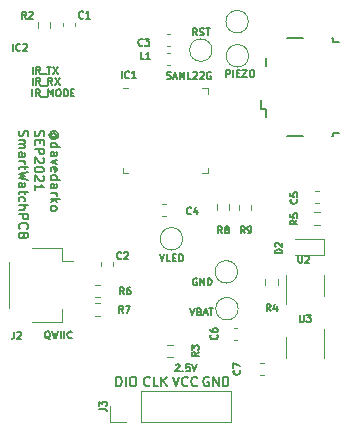
<source format=gbr>
%TF.GenerationSoftware,KiCad,Pcbnew,(5.1.9-0-10_14)*%
%TF.CreationDate,2021-09-13T12:25:13+02:00*%
%TF.ProjectId,SmartwatchPCB,536d6172-7477-4617-9463-685043422e6b,rev?*%
%TF.SameCoordinates,Original*%
%TF.FileFunction,Legend,Top*%
%TF.FilePolarity,Positive*%
%FSLAX46Y46*%
G04 Gerber Fmt 4.6, Leading zero omitted, Abs format (unit mm)*
G04 Created by KiCad (PCBNEW (5.1.9-0-10_14)) date 2021-09-13 12:25:13*
%MOMM*%
%LPD*%
G01*
G04 APERTURE LIST*
%ADD10C,0.150000*%
%ADD11C,0.120000*%
G04 APERTURE END LIST*
D10*
X22668000Y-48715571D02*
X22610857Y-48687000D01*
X22553714Y-48629857D01*
X22468000Y-48544142D01*
X22410857Y-48515571D01*
X22353714Y-48515571D01*
X22382285Y-48658428D02*
X22325142Y-48629857D01*
X22268000Y-48572714D01*
X22239428Y-48458428D01*
X22239428Y-48258428D01*
X22268000Y-48144142D01*
X22325142Y-48087000D01*
X22382285Y-48058428D01*
X22496571Y-48058428D01*
X22553714Y-48087000D01*
X22610857Y-48144142D01*
X22639428Y-48258428D01*
X22639428Y-48458428D01*
X22610857Y-48572714D01*
X22553714Y-48629857D01*
X22496571Y-48658428D01*
X22382285Y-48658428D01*
X22839428Y-48058428D02*
X22982285Y-48658428D01*
X23096571Y-48229857D01*
X23210857Y-48658428D01*
X23353714Y-48058428D01*
X23582285Y-48658428D02*
X23582285Y-48058428D01*
X23868000Y-48658428D02*
X23868000Y-48058428D01*
X24496571Y-48601285D02*
X24468000Y-48629857D01*
X24382285Y-48658428D01*
X24325142Y-48658428D01*
X24239428Y-48629857D01*
X24182285Y-48572714D01*
X24153714Y-48515571D01*
X24125142Y-48401285D01*
X24125142Y-48315571D01*
X24153714Y-48201285D01*
X24182285Y-48144142D01*
X24239428Y-48087000D01*
X24325142Y-48058428D01*
X24382285Y-48058428D01*
X24468000Y-48087000D01*
X24496571Y-48115571D01*
X33305857Y-50909571D02*
X33334428Y-50881000D01*
X33391571Y-50852428D01*
X33534428Y-50852428D01*
X33591571Y-50881000D01*
X33620142Y-50909571D01*
X33648714Y-50966714D01*
X33648714Y-51023857D01*
X33620142Y-51109571D01*
X33277285Y-51452428D01*
X33648714Y-51452428D01*
X33905857Y-51395285D02*
X33934428Y-51423857D01*
X33905857Y-51452428D01*
X33877285Y-51423857D01*
X33905857Y-51395285D01*
X33905857Y-51452428D01*
X34477285Y-50852428D02*
X34191571Y-50852428D01*
X34163000Y-51138142D01*
X34191571Y-51109571D01*
X34248714Y-51081000D01*
X34391571Y-51081000D01*
X34448714Y-51109571D01*
X34477285Y-51138142D01*
X34505857Y-51195285D01*
X34505857Y-51338142D01*
X34477285Y-51395285D01*
X34448714Y-51423857D01*
X34391571Y-51452428D01*
X34248714Y-51452428D01*
X34191571Y-51423857D01*
X34163000Y-51395285D01*
X34677285Y-50852428D02*
X34877285Y-51452428D01*
X35077285Y-50852428D01*
X35104428Y-23004428D02*
X34904428Y-22718714D01*
X34761571Y-23004428D02*
X34761571Y-22404428D01*
X34990142Y-22404428D01*
X35047285Y-22433000D01*
X35075857Y-22461571D01*
X35104428Y-22518714D01*
X35104428Y-22604428D01*
X35075857Y-22661571D01*
X35047285Y-22690142D01*
X34990142Y-22718714D01*
X34761571Y-22718714D01*
X35333000Y-22975857D02*
X35418714Y-23004428D01*
X35561571Y-23004428D01*
X35618714Y-22975857D01*
X35647285Y-22947285D01*
X35675857Y-22890142D01*
X35675857Y-22833000D01*
X35647285Y-22775857D01*
X35618714Y-22747285D01*
X35561571Y-22718714D01*
X35447285Y-22690142D01*
X35390142Y-22661571D01*
X35361571Y-22633000D01*
X35333000Y-22575857D01*
X35333000Y-22518714D01*
X35361571Y-22461571D01*
X35390142Y-22433000D01*
X35447285Y-22404428D01*
X35590142Y-22404428D01*
X35675857Y-22433000D01*
X35847285Y-22404428D02*
X36190142Y-22404428D01*
X36018714Y-23004428D02*
X36018714Y-22404428D01*
X32531285Y-26658857D02*
X32617000Y-26687428D01*
X32759857Y-26687428D01*
X32817000Y-26658857D01*
X32845571Y-26630285D01*
X32874142Y-26573142D01*
X32874142Y-26516000D01*
X32845571Y-26458857D01*
X32817000Y-26430285D01*
X32759857Y-26401714D01*
X32645571Y-26373142D01*
X32588428Y-26344571D01*
X32559857Y-26316000D01*
X32531285Y-26258857D01*
X32531285Y-26201714D01*
X32559857Y-26144571D01*
X32588428Y-26116000D01*
X32645571Y-26087428D01*
X32788428Y-26087428D01*
X32874142Y-26116000D01*
X33102714Y-26516000D02*
X33388428Y-26516000D01*
X33045571Y-26687428D02*
X33245571Y-26087428D01*
X33445571Y-26687428D01*
X33645571Y-26687428D02*
X33645571Y-26087428D01*
X33845571Y-26516000D01*
X34045571Y-26087428D01*
X34045571Y-26687428D01*
X34617000Y-26687428D02*
X34331285Y-26687428D01*
X34331285Y-26087428D01*
X34788428Y-26144571D02*
X34817000Y-26116000D01*
X34874142Y-26087428D01*
X35017000Y-26087428D01*
X35074142Y-26116000D01*
X35102714Y-26144571D01*
X35131285Y-26201714D01*
X35131285Y-26258857D01*
X35102714Y-26344571D01*
X34759857Y-26687428D01*
X35131285Y-26687428D01*
X35359857Y-26144571D02*
X35388428Y-26116000D01*
X35445571Y-26087428D01*
X35588428Y-26087428D01*
X35645571Y-26116000D01*
X35674142Y-26144571D01*
X35702714Y-26201714D01*
X35702714Y-26258857D01*
X35674142Y-26344571D01*
X35331285Y-26687428D01*
X35702714Y-26687428D01*
X36274142Y-26116000D02*
X36217000Y-26087428D01*
X36131285Y-26087428D01*
X36045571Y-26116000D01*
X35988428Y-26173142D01*
X35959857Y-26230285D01*
X35931285Y-26344571D01*
X35931285Y-26430285D01*
X35959857Y-26544571D01*
X35988428Y-26601714D01*
X36045571Y-26658857D01*
X36131285Y-26687428D01*
X36188428Y-26687428D01*
X36274142Y-26658857D01*
X36302714Y-26630285D01*
X36302714Y-26430285D01*
X36188428Y-26430285D01*
X23086047Y-31618814D02*
X23124142Y-31580719D01*
X23162238Y-31504528D01*
X23162238Y-31428338D01*
X23124142Y-31352147D01*
X23086047Y-31314052D01*
X23009857Y-31275957D01*
X22933666Y-31275957D01*
X22857476Y-31314052D01*
X22819380Y-31352147D01*
X22781285Y-31428338D01*
X22781285Y-31504528D01*
X22819380Y-31580719D01*
X22857476Y-31618814D01*
X23162238Y-31618814D02*
X22857476Y-31618814D01*
X22819380Y-31656909D01*
X22819380Y-31695004D01*
X22857476Y-31771195D01*
X22933666Y-31809290D01*
X23124142Y-31809290D01*
X23238428Y-31733100D01*
X23314619Y-31618814D01*
X23352714Y-31466433D01*
X23314619Y-31314052D01*
X23238428Y-31199766D01*
X23124142Y-31123576D01*
X22971761Y-31085480D01*
X22819380Y-31123576D01*
X22705095Y-31199766D01*
X22628904Y-31314052D01*
X22590809Y-31466433D01*
X22628904Y-31618814D01*
X22705095Y-31733100D01*
X22705095Y-32495004D02*
X23505095Y-32495004D01*
X22743190Y-32495004D02*
X22705095Y-32418814D01*
X22705095Y-32266433D01*
X22743190Y-32190242D01*
X22781285Y-32152147D01*
X22857476Y-32114052D01*
X23086047Y-32114052D01*
X23162238Y-32152147D01*
X23200333Y-32190242D01*
X23238428Y-32266433D01*
X23238428Y-32418814D01*
X23200333Y-32495004D01*
X22705095Y-33218814D02*
X23124142Y-33218814D01*
X23200333Y-33180719D01*
X23238428Y-33104528D01*
X23238428Y-32952147D01*
X23200333Y-32875957D01*
X22743190Y-33218814D02*
X22705095Y-33142623D01*
X22705095Y-32952147D01*
X22743190Y-32875957D01*
X22819380Y-32837861D01*
X22895571Y-32837861D01*
X22971761Y-32875957D01*
X23009857Y-32952147D01*
X23009857Y-33142623D01*
X23047952Y-33218814D01*
X23238428Y-33523576D02*
X22705095Y-33714052D01*
X23238428Y-33904528D01*
X22743190Y-34514052D02*
X22705095Y-34437861D01*
X22705095Y-34285480D01*
X22743190Y-34209290D01*
X22819380Y-34171195D01*
X23124142Y-34171195D01*
X23200333Y-34209290D01*
X23238428Y-34285480D01*
X23238428Y-34437861D01*
X23200333Y-34514052D01*
X23124142Y-34552147D01*
X23047952Y-34552147D01*
X22971761Y-34171195D01*
X22705095Y-35237861D02*
X23505095Y-35237861D01*
X22743190Y-35237861D02*
X22705095Y-35161671D01*
X22705095Y-35009290D01*
X22743190Y-34933100D01*
X22781285Y-34895004D01*
X22857476Y-34856909D01*
X23086047Y-34856909D01*
X23162238Y-34895004D01*
X23200333Y-34933100D01*
X23238428Y-35009290D01*
X23238428Y-35161671D01*
X23200333Y-35237861D01*
X22705095Y-35961671D02*
X23124142Y-35961671D01*
X23200333Y-35923576D01*
X23238428Y-35847385D01*
X23238428Y-35695004D01*
X23200333Y-35618814D01*
X22743190Y-35961671D02*
X22705095Y-35885480D01*
X22705095Y-35695004D01*
X22743190Y-35618814D01*
X22819380Y-35580719D01*
X22895571Y-35580719D01*
X22971761Y-35618814D01*
X23009857Y-35695004D01*
X23009857Y-35885480D01*
X23047952Y-35961671D01*
X22705095Y-36342623D02*
X23238428Y-36342623D01*
X23086047Y-36342623D02*
X23162238Y-36380719D01*
X23200333Y-36418814D01*
X23238428Y-36495004D01*
X23238428Y-36571195D01*
X22705095Y-36837861D02*
X23505095Y-36837861D01*
X23009857Y-36914052D02*
X22705095Y-37142623D01*
X23238428Y-37142623D02*
X22933666Y-36837861D01*
X22705095Y-37599766D02*
X22743190Y-37523576D01*
X22781285Y-37485480D01*
X22857476Y-37447385D01*
X23086047Y-37447385D01*
X23162238Y-37485480D01*
X23200333Y-37523576D01*
X23238428Y-37599766D01*
X23238428Y-37714052D01*
X23200333Y-37790242D01*
X23162238Y-37828338D01*
X23086047Y-37866433D01*
X22857476Y-37866433D01*
X22781285Y-37828338D01*
X22743190Y-37790242D01*
X22705095Y-37714052D01*
X22705095Y-37599766D01*
X21393190Y-31085480D02*
X21355095Y-31199766D01*
X21355095Y-31390242D01*
X21393190Y-31466433D01*
X21431285Y-31504528D01*
X21507476Y-31542623D01*
X21583666Y-31542623D01*
X21659857Y-31504528D01*
X21697952Y-31466433D01*
X21736047Y-31390242D01*
X21774142Y-31237861D01*
X21812238Y-31161671D01*
X21850333Y-31123576D01*
X21926523Y-31085480D01*
X22002714Y-31085480D01*
X22078904Y-31123576D01*
X22117000Y-31161671D01*
X22155095Y-31237861D01*
X22155095Y-31428338D01*
X22117000Y-31542623D01*
X21774142Y-31885480D02*
X21774142Y-32152147D01*
X21355095Y-32266433D02*
X21355095Y-31885480D01*
X22155095Y-31885480D01*
X22155095Y-32266433D01*
X21355095Y-32609290D02*
X22155095Y-32609290D01*
X22155095Y-32914052D01*
X22117000Y-32990242D01*
X22078904Y-33028338D01*
X22002714Y-33066433D01*
X21888428Y-33066433D01*
X21812238Y-33028338D01*
X21774142Y-32990242D01*
X21736047Y-32914052D01*
X21736047Y-32609290D01*
X22078904Y-33371195D02*
X22117000Y-33409290D01*
X22155095Y-33485480D01*
X22155095Y-33675957D01*
X22117000Y-33752147D01*
X22078904Y-33790242D01*
X22002714Y-33828338D01*
X21926523Y-33828338D01*
X21812238Y-33790242D01*
X21355095Y-33333100D01*
X21355095Y-33828338D01*
X22155095Y-34323576D02*
X22155095Y-34399766D01*
X22117000Y-34475957D01*
X22078904Y-34514052D01*
X22002714Y-34552147D01*
X21850333Y-34590242D01*
X21659857Y-34590242D01*
X21507476Y-34552147D01*
X21431285Y-34514052D01*
X21393190Y-34475957D01*
X21355095Y-34399766D01*
X21355095Y-34323576D01*
X21393190Y-34247385D01*
X21431285Y-34209290D01*
X21507476Y-34171195D01*
X21659857Y-34133100D01*
X21850333Y-34133100D01*
X22002714Y-34171195D01*
X22078904Y-34209290D01*
X22117000Y-34247385D01*
X22155095Y-34323576D01*
X22078904Y-34895004D02*
X22117000Y-34933100D01*
X22155095Y-35009290D01*
X22155095Y-35199766D01*
X22117000Y-35275957D01*
X22078904Y-35314052D01*
X22002714Y-35352147D01*
X21926523Y-35352147D01*
X21812238Y-35314052D01*
X21355095Y-34856909D01*
X21355095Y-35352147D01*
X21355095Y-36114052D02*
X21355095Y-35656909D01*
X21355095Y-35885480D02*
X22155095Y-35885480D01*
X22040809Y-35809290D01*
X21964619Y-35733100D01*
X21926523Y-35656909D01*
X20043190Y-31085480D02*
X20005095Y-31199766D01*
X20005095Y-31390242D01*
X20043190Y-31466433D01*
X20081285Y-31504528D01*
X20157476Y-31542623D01*
X20233666Y-31542623D01*
X20309857Y-31504528D01*
X20347952Y-31466433D01*
X20386047Y-31390242D01*
X20424142Y-31237861D01*
X20462238Y-31161671D01*
X20500333Y-31123576D01*
X20576523Y-31085480D01*
X20652714Y-31085480D01*
X20728904Y-31123576D01*
X20767000Y-31161671D01*
X20805095Y-31237861D01*
X20805095Y-31428338D01*
X20767000Y-31542623D01*
X20005095Y-31885480D02*
X20538428Y-31885480D01*
X20462238Y-31885480D02*
X20500333Y-31923576D01*
X20538428Y-31999766D01*
X20538428Y-32114052D01*
X20500333Y-32190242D01*
X20424142Y-32228338D01*
X20005095Y-32228338D01*
X20424142Y-32228338D02*
X20500333Y-32266433D01*
X20538428Y-32342623D01*
X20538428Y-32456909D01*
X20500333Y-32533100D01*
X20424142Y-32571195D01*
X20005095Y-32571195D01*
X20005095Y-33295004D02*
X20424142Y-33295004D01*
X20500333Y-33256909D01*
X20538428Y-33180719D01*
X20538428Y-33028338D01*
X20500333Y-32952147D01*
X20043190Y-33295004D02*
X20005095Y-33218814D01*
X20005095Y-33028338D01*
X20043190Y-32952147D01*
X20119380Y-32914052D01*
X20195571Y-32914052D01*
X20271761Y-32952147D01*
X20309857Y-33028338D01*
X20309857Y-33218814D01*
X20347952Y-33295004D01*
X20005095Y-33675957D02*
X20538428Y-33675957D01*
X20386047Y-33675957D02*
X20462238Y-33714052D01*
X20500333Y-33752147D01*
X20538428Y-33828338D01*
X20538428Y-33904528D01*
X20538428Y-34056909D02*
X20538428Y-34361671D01*
X20805095Y-34171195D02*
X20119380Y-34171195D01*
X20043190Y-34209290D01*
X20005095Y-34285480D01*
X20005095Y-34361671D01*
X20805095Y-34552147D02*
X20005095Y-34742623D01*
X20576523Y-34895004D01*
X20005095Y-35047385D01*
X20805095Y-35237861D01*
X20005095Y-35885480D02*
X20424142Y-35885480D01*
X20500333Y-35847385D01*
X20538428Y-35771195D01*
X20538428Y-35618814D01*
X20500333Y-35542623D01*
X20043190Y-35885480D02*
X20005095Y-35809290D01*
X20005095Y-35618814D01*
X20043190Y-35542623D01*
X20119380Y-35504528D01*
X20195571Y-35504528D01*
X20271761Y-35542623D01*
X20309857Y-35618814D01*
X20309857Y-35809290D01*
X20347952Y-35885480D01*
X20538428Y-36152147D02*
X20538428Y-36456909D01*
X20805095Y-36266433D02*
X20119380Y-36266433D01*
X20043190Y-36304528D01*
X20005095Y-36380719D01*
X20005095Y-36456909D01*
X20043190Y-37066433D02*
X20005095Y-36990242D01*
X20005095Y-36837861D01*
X20043190Y-36761671D01*
X20081285Y-36723576D01*
X20157476Y-36685480D01*
X20386047Y-36685480D01*
X20462238Y-36723576D01*
X20500333Y-36761671D01*
X20538428Y-36837861D01*
X20538428Y-36990242D01*
X20500333Y-37066433D01*
X20005095Y-37409290D02*
X20805095Y-37409290D01*
X20005095Y-37752147D02*
X20424142Y-37752147D01*
X20500333Y-37714052D01*
X20538428Y-37637861D01*
X20538428Y-37523576D01*
X20500333Y-37447385D01*
X20462238Y-37409290D01*
X20005095Y-38133100D02*
X20805095Y-38133100D01*
X20805095Y-38437861D01*
X20767000Y-38514052D01*
X20728904Y-38552147D01*
X20652714Y-38590242D01*
X20538428Y-38590242D01*
X20462238Y-38552147D01*
X20424142Y-38514052D01*
X20386047Y-38437861D01*
X20386047Y-38133100D01*
X20081285Y-39390242D02*
X20043190Y-39352147D01*
X20005095Y-39237861D01*
X20005095Y-39161671D01*
X20043190Y-39047385D01*
X20119380Y-38971195D01*
X20195571Y-38933100D01*
X20347952Y-38895004D01*
X20462238Y-38895004D01*
X20614619Y-38933100D01*
X20690809Y-38971195D01*
X20767000Y-39047385D01*
X20805095Y-39161671D01*
X20805095Y-39237861D01*
X20767000Y-39352147D01*
X20728904Y-39390242D01*
X20424142Y-39999766D02*
X20386047Y-40114052D01*
X20347952Y-40152147D01*
X20271761Y-40190242D01*
X20157476Y-40190242D01*
X20081285Y-40152147D01*
X20043190Y-40114052D01*
X20005095Y-40037861D01*
X20005095Y-39733100D01*
X20805095Y-39733100D01*
X20805095Y-39999766D01*
X20767000Y-40075957D01*
X20728904Y-40114052D01*
X20652714Y-40152147D01*
X20576523Y-40152147D01*
X20500333Y-40114052D01*
X20462238Y-40075957D01*
X20424142Y-39999766D01*
X20424142Y-39733100D01*
X21179057Y-28160628D02*
X21179057Y-27560628D01*
X21807628Y-28160628D02*
X21607628Y-27874914D01*
X21464771Y-28160628D02*
X21464771Y-27560628D01*
X21693342Y-27560628D01*
X21750485Y-27589200D01*
X21779057Y-27617771D01*
X21807628Y-27674914D01*
X21807628Y-27760628D01*
X21779057Y-27817771D01*
X21750485Y-27846342D01*
X21693342Y-27874914D01*
X21464771Y-27874914D01*
X21921914Y-28217771D02*
X22379057Y-28217771D01*
X22521914Y-28160628D02*
X22521914Y-27560628D01*
X22721914Y-27989200D01*
X22921914Y-27560628D01*
X22921914Y-28160628D01*
X23321914Y-27560628D02*
X23436200Y-27560628D01*
X23493342Y-27589200D01*
X23550485Y-27646342D01*
X23579057Y-27760628D01*
X23579057Y-27960628D01*
X23550485Y-28074914D01*
X23493342Y-28132057D01*
X23436200Y-28160628D01*
X23321914Y-28160628D01*
X23264771Y-28132057D01*
X23207628Y-28074914D01*
X23179057Y-27960628D01*
X23179057Y-27760628D01*
X23207628Y-27646342D01*
X23264771Y-27589200D01*
X23321914Y-27560628D01*
X23836200Y-28160628D02*
X23836200Y-27560628D01*
X23979057Y-27560628D01*
X24064771Y-27589200D01*
X24121914Y-27646342D01*
X24150485Y-27703485D01*
X24179057Y-27817771D01*
X24179057Y-27903485D01*
X24150485Y-28017771D01*
X24121914Y-28074914D01*
X24064771Y-28132057D01*
X23979057Y-28160628D01*
X23836200Y-28160628D01*
X24436200Y-27846342D02*
X24636200Y-27846342D01*
X24721914Y-28160628D02*
X24436200Y-28160628D01*
X24436200Y-27560628D01*
X24721914Y-27560628D01*
X21186914Y-27195428D02*
X21186914Y-26595428D01*
X21815485Y-27195428D02*
X21615485Y-26909714D01*
X21472628Y-27195428D02*
X21472628Y-26595428D01*
X21701200Y-26595428D01*
X21758342Y-26624000D01*
X21786914Y-26652571D01*
X21815485Y-26709714D01*
X21815485Y-26795428D01*
X21786914Y-26852571D01*
X21758342Y-26881142D01*
X21701200Y-26909714D01*
X21472628Y-26909714D01*
X21929771Y-27252571D02*
X22386914Y-27252571D01*
X22872628Y-27195428D02*
X22672628Y-26909714D01*
X22529771Y-27195428D02*
X22529771Y-26595428D01*
X22758342Y-26595428D01*
X22815485Y-26624000D01*
X22844057Y-26652571D01*
X22872628Y-26709714D01*
X22872628Y-26795428D01*
X22844057Y-26852571D01*
X22815485Y-26881142D01*
X22758342Y-26909714D01*
X22529771Y-26909714D01*
X23072628Y-26595428D02*
X23472628Y-27195428D01*
X23472628Y-26595428D02*
X23072628Y-27195428D01*
X21182142Y-26255628D02*
X21182142Y-25655628D01*
X21810714Y-26255628D02*
X21610714Y-25969914D01*
X21467857Y-26255628D02*
X21467857Y-25655628D01*
X21696428Y-25655628D01*
X21753571Y-25684200D01*
X21782142Y-25712771D01*
X21810714Y-25769914D01*
X21810714Y-25855628D01*
X21782142Y-25912771D01*
X21753571Y-25941342D01*
X21696428Y-25969914D01*
X21467857Y-25969914D01*
X21925000Y-26312771D02*
X22382142Y-26312771D01*
X22439285Y-25655628D02*
X22782142Y-25655628D01*
X22610714Y-26255628D02*
X22610714Y-25655628D01*
X22925000Y-25655628D02*
X23325000Y-26255628D01*
X23325000Y-25655628D02*
X22925000Y-26255628D01*
X36093476Y-51949400D02*
X36017285Y-51911304D01*
X35903000Y-51911304D01*
X35788714Y-51949400D01*
X35712523Y-52025590D01*
X35674428Y-52101780D01*
X35636333Y-52254161D01*
X35636333Y-52368447D01*
X35674428Y-52520828D01*
X35712523Y-52597019D01*
X35788714Y-52673209D01*
X35903000Y-52711304D01*
X35979190Y-52711304D01*
X36093476Y-52673209D01*
X36131571Y-52635114D01*
X36131571Y-52368447D01*
X35979190Y-52368447D01*
X36474428Y-52711304D02*
X36474428Y-51911304D01*
X36931571Y-52711304D01*
X36931571Y-51911304D01*
X37312523Y-52711304D02*
X37312523Y-51911304D01*
X37503000Y-51911304D01*
X37617285Y-51949400D01*
X37693476Y-52025590D01*
X37731571Y-52101780D01*
X37769666Y-52254161D01*
X37769666Y-52368447D01*
X37731571Y-52520828D01*
X37693476Y-52597019D01*
X37617285Y-52673209D01*
X37503000Y-52711304D01*
X37312523Y-52711304D01*
X33070933Y-51911304D02*
X33337600Y-52711304D01*
X33604266Y-51911304D01*
X34328076Y-52635114D02*
X34289980Y-52673209D01*
X34175695Y-52711304D01*
X34099504Y-52711304D01*
X33985219Y-52673209D01*
X33909028Y-52597019D01*
X33870933Y-52520828D01*
X33832838Y-52368447D01*
X33832838Y-52254161D01*
X33870933Y-52101780D01*
X33909028Y-52025590D01*
X33985219Y-51949400D01*
X34099504Y-51911304D01*
X34175695Y-51911304D01*
X34289980Y-51949400D01*
X34328076Y-51987495D01*
X35128076Y-52635114D02*
X35089980Y-52673209D01*
X34975695Y-52711304D01*
X34899504Y-52711304D01*
X34785219Y-52673209D01*
X34709028Y-52597019D01*
X34670933Y-52520828D01*
X34632838Y-52368447D01*
X34632838Y-52254161D01*
X34670933Y-52101780D01*
X34709028Y-52025590D01*
X34785219Y-51949400D01*
X34899504Y-51911304D01*
X34975695Y-51911304D01*
X35089980Y-51949400D01*
X35128076Y-51987495D01*
X31096009Y-52635114D02*
X31057914Y-52673209D01*
X30943628Y-52711304D01*
X30867438Y-52711304D01*
X30753152Y-52673209D01*
X30676961Y-52597019D01*
X30638866Y-52520828D01*
X30600771Y-52368447D01*
X30600771Y-52254161D01*
X30638866Y-52101780D01*
X30676961Y-52025590D01*
X30753152Y-51949400D01*
X30867438Y-51911304D01*
X30943628Y-51911304D01*
X31057914Y-51949400D01*
X31096009Y-51987495D01*
X31819819Y-52711304D02*
X31438866Y-52711304D01*
X31438866Y-51911304D01*
X32086485Y-52711304D02*
X32086485Y-51911304D01*
X32543628Y-52711304D02*
X32200771Y-52254161D01*
X32543628Y-51911304D02*
X32086485Y-52368447D01*
X28263952Y-52711304D02*
X28263952Y-51911304D01*
X28454428Y-51911304D01*
X28568714Y-51949400D01*
X28644904Y-52025590D01*
X28683000Y-52101780D01*
X28721095Y-52254161D01*
X28721095Y-52368447D01*
X28683000Y-52520828D01*
X28644904Y-52597019D01*
X28568714Y-52673209D01*
X28454428Y-52711304D01*
X28263952Y-52711304D01*
X29063952Y-52711304D02*
X29063952Y-51911304D01*
X29597285Y-51911304D02*
X29749666Y-51911304D01*
X29825857Y-51949400D01*
X29902047Y-52025590D01*
X29940142Y-52177971D01*
X29940142Y-52444638D01*
X29902047Y-52597019D01*
X29825857Y-52673209D01*
X29749666Y-52711304D01*
X29597285Y-52711304D01*
X29521095Y-52673209D01*
X29444904Y-52597019D01*
X29406809Y-52444638D01*
X29406809Y-52177971D01*
X29444904Y-52025590D01*
X29521095Y-51949400D01*
X29597285Y-51911304D01*
X37588971Y-26535028D02*
X37588971Y-25935028D01*
X37817542Y-25935028D01*
X37874685Y-25963600D01*
X37903257Y-25992171D01*
X37931828Y-26049314D01*
X37931828Y-26135028D01*
X37903257Y-26192171D01*
X37874685Y-26220742D01*
X37817542Y-26249314D01*
X37588971Y-26249314D01*
X38188971Y-26535028D02*
X38188971Y-25935028D01*
X38474685Y-26220742D02*
X38674685Y-26220742D01*
X38760400Y-26535028D02*
X38474685Y-26535028D01*
X38474685Y-25935028D01*
X38760400Y-25935028D01*
X38960400Y-25935028D02*
X39360400Y-25935028D01*
X38960400Y-26535028D01*
X39360400Y-26535028D01*
X39703257Y-25935028D02*
X39817542Y-25935028D01*
X39874685Y-25963600D01*
X39931828Y-26020742D01*
X39960400Y-26135028D01*
X39960400Y-26335028D01*
X39931828Y-26449314D01*
X39874685Y-26506457D01*
X39817542Y-26535028D01*
X39703257Y-26535028D01*
X39646114Y-26506457D01*
X39588971Y-26449314D01*
X39560400Y-26335028D01*
X39560400Y-26135028D01*
X39588971Y-26020742D01*
X39646114Y-25963600D01*
X39703257Y-25935028D01*
X35102857Y-43591200D02*
X35045714Y-43562628D01*
X34960000Y-43562628D01*
X34874285Y-43591200D01*
X34817142Y-43648342D01*
X34788571Y-43705485D01*
X34760000Y-43819771D01*
X34760000Y-43905485D01*
X34788571Y-44019771D01*
X34817142Y-44076914D01*
X34874285Y-44134057D01*
X34960000Y-44162628D01*
X35017142Y-44162628D01*
X35102857Y-44134057D01*
X35131428Y-44105485D01*
X35131428Y-43905485D01*
X35017142Y-43905485D01*
X35388571Y-44162628D02*
X35388571Y-43562628D01*
X35731428Y-44162628D01*
X35731428Y-43562628D01*
X36017142Y-44162628D02*
X36017142Y-43562628D01*
X36160000Y-43562628D01*
X36245714Y-43591200D01*
X36302857Y-43648342D01*
X36331428Y-43705485D01*
X36360000Y-43819771D01*
X36360000Y-43905485D01*
X36331428Y-44019771D01*
X36302857Y-44076914D01*
X36245714Y-44134057D01*
X36160000Y-44162628D01*
X36017142Y-44162628D01*
X34523485Y-46102628D02*
X34723485Y-46702628D01*
X34923485Y-46102628D01*
X35323485Y-46388342D02*
X35409200Y-46416914D01*
X35437771Y-46445485D01*
X35466342Y-46502628D01*
X35466342Y-46588342D01*
X35437771Y-46645485D01*
X35409200Y-46674057D01*
X35352057Y-46702628D01*
X35123485Y-46702628D01*
X35123485Y-46102628D01*
X35323485Y-46102628D01*
X35380628Y-46131200D01*
X35409200Y-46159771D01*
X35437771Y-46216914D01*
X35437771Y-46274057D01*
X35409200Y-46331200D01*
X35380628Y-46359771D01*
X35323485Y-46388342D01*
X35123485Y-46388342D01*
X35694914Y-46531200D02*
X35980628Y-46531200D01*
X35637771Y-46702628D02*
X35837771Y-46102628D01*
X36037771Y-46702628D01*
X36152057Y-46102628D02*
X36494914Y-46102628D01*
X36323485Y-46702628D02*
X36323485Y-46102628D01*
X31954914Y-41530628D02*
X32154914Y-42130628D01*
X32354914Y-41530628D01*
X32840628Y-42130628D02*
X32554914Y-42130628D01*
X32554914Y-41530628D01*
X33040628Y-41816342D02*
X33240628Y-41816342D01*
X33326342Y-42130628D02*
X33040628Y-42130628D01*
X33040628Y-41530628D01*
X33326342Y-41530628D01*
X33583485Y-42130628D02*
X33583485Y-41530628D01*
X33726342Y-41530628D01*
X33812057Y-41559200D01*
X33869200Y-41616342D01*
X33897771Y-41673485D01*
X33926342Y-41787771D01*
X33926342Y-41873485D01*
X33897771Y-41987771D01*
X33869200Y-42044914D01*
X33812057Y-42102057D01*
X33726342Y-42130628D01*
X33583485Y-42130628D01*
D11*
%TO.C,TP_RST1*%
X36383000Y-24257000D02*
G75*
G03*
X36383000Y-24257000I-950000J0D01*
G01*
%TO.C,R9*%
X39714700Y-37817058D02*
X39714700Y-37342542D01*
X38669700Y-37817058D02*
X38669700Y-37342542D01*
%TO.C,R8*%
X36790100Y-37317142D02*
X36790100Y-37791658D01*
X37835100Y-37317142D02*
X37835100Y-37791658D01*
%TO.C,R7*%
X26432742Y-46725100D02*
X26907258Y-46725100D01*
X26432742Y-45680100D02*
X26907258Y-45680100D01*
%TO.C,R6*%
X26432742Y-45150300D02*
X26907258Y-45150300D01*
X26432742Y-44105300D02*
X26907258Y-44105300D01*
%TO.C,J3*%
X27727600Y-55736800D02*
X27727600Y-54406800D01*
X29057600Y-55736800D02*
X27727600Y-55736800D01*
X30327600Y-55736800D02*
X30327600Y-53076800D01*
X30327600Y-53076800D02*
X38007600Y-53076800D01*
X30327600Y-55736800D02*
X38007600Y-55736800D01*
X38007600Y-55736800D02*
X38007600Y-53076800D01*
%TO.C,TP_VBAT1*%
X38592800Y-46151800D02*
G75*
G03*
X38592800Y-46151800I-950000J0D01*
G01*
%TO.C,TP_GND1*%
X38542000Y-43027600D02*
G75*
G03*
X38542000Y-43027600I-950000J0D01*
G01*
%TO.C,C7*%
X40742780Y-50747200D02*
X40461620Y-50747200D01*
X40742780Y-51767200D02*
X40461620Y-51767200D01*
%TO.C,C6*%
X38507580Y-47750000D02*
X38226420Y-47750000D01*
X38507580Y-48770000D02*
X38226420Y-48770000D01*
%TO.C,C5*%
X45416380Y-36218400D02*
X45135220Y-36218400D01*
X45416380Y-37238400D02*
X45135220Y-37238400D01*
%TO.C,U3*%
X45869500Y-50303000D02*
X45869500Y-47853000D01*
X42649500Y-48503000D02*
X42649500Y-50303000D01*
%TO.C,U2*%
X42649500Y-43296000D02*
X42649500Y-45746000D01*
X45869500Y-45096000D02*
X45869500Y-43296000D01*
%TO.C,R5*%
X45025542Y-39028900D02*
X45500058Y-39028900D01*
X45025542Y-37983900D02*
X45500058Y-37983900D01*
%TO.C,R4*%
X40879500Y-43641242D02*
X40879500Y-44115758D01*
X41924500Y-43641242D02*
X41924500Y-44115758D01*
%TO.C,D2*%
X45880700Y-40209000D02*
X43395700Y-40209000D01*
X45880700Y-41579000D02*
X45880700Y-40209000D01*
X43395700Y-41579000D02*
X45880700Y-41579000D01*
%TO.C,IC1*%
X29300800Y-27479600D02*
X28825800Y-27479600D01*
X36045800Y-34699600D02*
X36045800Y-34224600D01*
X35570800Y-34699600D02*
X36045800Y-34699600D01*
X28825800Y-34699600D02*
X28825800Y-34224600D01*
X29300800Y-34699600D02*
X28825800Y-34699600D01*
X36045800Y-27479600D02*
X36045800Y-27954600D01*
X35570800Y-27479600D02*
X36045800Y-27479600D01*
%TO.C,J2*%
X19191000Y-42187800D02*
X19191000Y-46067800D01*
X23661000Y-47237800D02*
X23661000Y-46187800D01*
X21161000Y-47237800D02*
X23661000Y-47237800D01*
X23661000Y-42067800D02*
X24651000Y-42067800D01*
X23661000Y-41017800D02*
X23661000Y-42067800D01*
X21161000Y-41017800D02*
X23661000Y-41017800D01*
%TO.C,L1*%
X32527021Y-25529000D02*
X32852579Y-25529000D01*
X32527021Y-24509000D02*
X32852579Y-24509000D01*
%TO.C,C1*%
X23797800Y-21945020D02*
X23797800Y-22226180D01*
X24817800Y-21945020D02*
X24817800Y-22226180D01*
%TO.C,C2*%
X27967400Y-42494780D02*
X27967400Y-42213620D01*
X26947400Y-42494780D02*
X26947400Y-42213620D01*
%TO.C,C3*%
X32855780Y-22858000D02*
X32574620Y-22858000D01*
X32855780Y-23878000D02*
X32574620Y-23878000D01*
%TO.C,C4*%
X32449380Y-37310600D02*
X32168220Y-37310600D01*
X32449380Y-38330600D02*
X32168220Y-38330600D01*
D10*
%TO.C,J1*%
X40957800Y-25606600D02*
X40957800Y-24881600D01*
X40957800Y-29206600D02*
X40957800Y-29931600D01*
X40532800Y-29206600D02*
X40957800Y-29206600D01*
X40532800Y-28481600D02*
X40532800Y-29206600D01*
X44107800Y-23256600D02*
X42707800Y-23256600D01*
X46657800Y-23256600D02*
X46507800Y-23256600D01*
X46657800Y-23556600D02*
X46657800Y-23256600D01*
X47107800Y-23556600D02*
X46657800Y-23556600D01*
X46657800Y-31256600D02*
X47107800Y-31256600D01*
X46657800Y-31556600D02*
X46657800Y-31256600D01*
X46507800Y-31556600D02*
X46657800Y-31556600D01*
X42707800Y-31556600D02*
X44107800Y-31556600D01*
D11*
%TO.C,R2*%
X22671300Y-22372858D02*
X22671300Y-21898342D01*
X21626300Y-22372858D02*
X21626300Y-21898342D01*
%TO.C,R3*%
X33041858Y-49210700D02*
X32567342Y-49210700D01*
X33041858Y-50255700D02*
X32567342Y-50255700D01*
%TO.C,TP_PIEZO_GND1*%
X39456400Y-21844000D02*
G75*
G03*
X39456400Y-21844000I-950000J0D01*
G01*
%TO.C,TP_PIEZO_SIGNAL1*%
X39481800Y-24739600D02*
G75*
G03*
X39481800Y-24739600I-950000J0D01*
G01*
%TO.C,TP_VLCD1*%
X33893800Y-40233600D02*
G75*
G03*
X33893800Y-40233600I-950000J0D01*
G01*
%TO.C,R9*%
D10*
X39143000Y-39768428D02*
X38943000Y-39482714D01*
X38800142Y-39768428D02*
X38800142Y-39168428D01*
X39028714Y-39168428D01*
X39085857Y-39197000D01*
X39114428Y-39225571D01*
X39143000Y-39282714D01*
X39143000Y-39368428D01*
X39114428Y-39425571D01*
X39085857Y-39454142D01*
X39028714Y-39482714D01*
X38800142Y-39482714D01*
X39428714Y-39768428D02*
X39543000Y-39768428D01*
X39600142Y-39739857D01*
X39628714Y-39711285D01*
X39685857Y-39625571D01*
X39714428Y-39511285D01*
X39714428Y-39282714D01*
X39685857Y-39225571D01*
X39657285Y-39197000D01*
X39600142Y-39168428D01*
X39485857Y-39168428D01*
X39428714Y-39197000D01*
X39400142Y-39225571D01*
X39371571Y-39282714D01*
X39371571Y-39425571D01*
X39400142Y-39482714D01*
X39428714Y-39511285D01*
X39485857Y-39539857D01*
X39600142Y-39539857D01*
X39657285Y-39511285D01*
X39685857Y-39482714D01*
X39714428Y-39425571D01*
%TO.C,R8*%
X37238000Y-39768428D02*
X37038000Y-39482714D01*
X36895142Y-39768428D02*
X36895142Y-39168428D01*
X37123714Y-39168428D01*
X37180857Y-39197000D01*
X37209428Y-39225571D01*
X37238000Y-39282714D01*
X37238000Y-39368428D01*
X37209428Y-39425571D01*
X37180857Y-39454142D01*
X37123714Y-39482714D01*
X36895142Y-39482714D01*
X37580857Y-39425571D02*
X37523714Y-39397000D01*
X37495142Y-39368428D01*
X37466571Y-39311285D01*
X37466571Y-39282714D01*
X37495142Y-39225571D01*
X37523714Y-39197000D01*
X37580857Y-39168428D01*
X37695142Y-39168428D01*
X37752285Y-39197000D01*
X37780857Y-39225571D01*
X37809428Y-39282714D01*
X37809428Y-39311285D01*
X37780857Y-39368428D01*
X37752285Y-39397000D01*
X37695142Y-39425571D01*
X37580857Y-39425571D01*
X37523714Y-39454142D01*
X37495142Y-39482714D01*
X37466571Y-39539857D01*
X37466571Y-39654142D01*
X37495142Y-39711285D01*
X37523714Y-39739857D01*
X37580857Y-39768428D01*
X37695142Y-39768428D01*
X37752285Y-39739857D01*
X37780857Y-39711285D01*
X37809428Y-39654142D01*
X37809428Y-39539857D01*
X37780857Y-39482714D01*
X37752285Y-39454142D01*
X37695142Y-39425571D01*
%TO.C,R7*%
X28856000Y-46499428D02*
X28656000Y-46213714D01*
X28513142Y-46499428D02*
X28513142Y-45899428D01*
X28741714Y-45899428D01*
X28798857Y-45928000D01*
X28827428Y-45956571D01*
X28856000Y-46013714D01*
X28856000Y-46099428D01*
X28827428Y-46156571D01*
X28798857Y-46185142D01*
X28741714Y-46213714D01*
X28513142Y-46213714D01*
X29056000Y-45899428D02*
X29456000Y-45899428D01*
X29198857Y-46499428D01*
%TO.C,R6*%
X28932200Y-44924628D02*
X28732200Y-44638914D01*
X28589342Y-44924628D02*
X28589342Y-44324628D01*
X28817914Y-44324628D01*
X28875057Y-44353200D01*
X28903628Y-44381771D01*
X28932200Y-44438914D01*
X28932200Y-44524628D01*
X28903628Y-44581771D01*
X28875057Y-44610342D01*
X28817914Y-44638914D01*
X28589342Y-44638914D01*
X29446485Y-44324628D02*
X29332200Y-44324628D01*
X29275057Y-44353200D01*
X29246485Y-44381771D01*
X29189342Y-44467485D01*
X29160771Y-44581771D01*
X29160771Y-44810342D01*
X29189342Y-44867485D01*
X29217914Y-44896057D01*
X29275057Y-44924628D01*
X29389342Y-44924628D01*
X29446485Y-44896057D01*
X29475057Y-44867485D01*
X29503628Y-44810342D01*
X29503628Y-44667485D01*
X29475057Y-44610342D01*
X29446485Y-44581771D01*
X29389342Y-44553200D01*
X29275057Y-44553200D01*
X29217914Y-44581771D01*
X29189342Y-44610342D01*
X29160771Y-44667485D01*
%TO.C,J3*%
X26849428Y-54606800D02*
X27278000Y-54606800D01*
X27363714Y-54635371D01*
X27420857Y-54692514D01*
X27449428Y-54778228D01*
X27449428Y-54835371D01*
X26849428Y-54378228D02*
X26849428Y-54006800D01*
X27078000Y-54206800D01*
X27078000Y-54121085D01*
X27106571Y-54063942D01*
X27135142Y-54035371D01*
X27192285Y-54006800D01*
X27335142Y-54006800D01*
X27392285Y-54035371D01*
X27420857Y-54063942D01*
X27449428Y-54121085D01*
X27449428Y-54292514D01*
X27420857Y-54349657D01*
X27392285Y-54378228D01*
%TO.C,C7*%
X38720685Y-51357200D02*
X38749257Y-51385771D01*
X38777828Y-51471485D01*
X38777828Y-51528628D01*
X38749257Y-51614342D01*
X38692114Y-51671485D01*
X38634971Y-51700057D01*
X38520685Y-51728628D01*
X38434971Y-51728628D01*
X38320685Y-51700057D01*
X38263542Y-51671485D01*
X38206400Y-51614342D01*
X38177828Y-51528628D01*
X38177828Y-51471485D01*
X38206400Y-51385771D01*
X38234971Y-51357200D01*
X38177828Y-51157200D02*
X38177828Y-50757200D01*
X38777828Y-51014342D01*
%TO.C,C6*%
X36790285Y-48360000D02*
X36818857Y-48388571D01*
X36847428Y-48474285D01*
X36847428Y-48531428D01*
X36818857Y-48617142D01*
X36761714Y-48674285D01*
X36704571Y-48702857D01*
X36590285Y-48731428D01*
X36504571Y-48731428D01*
X36390285Y-48702857D01*
X36333142Y-48674285D01*
X36276000Y-48617142D01*
X36247428Y-48531428D01*
X36247428Y-48474285D01*
X36276000Y-48388571D01*
X36304571Y-48360000D01*
X36247428Y-47845714D02*
X36247428Y-47960000D01*
X36276000Y-48017142D01*
X36304571Y-48045714D01*
X36390285Y-48102857D01*
X36504571Y-48131428D01*
X36733142Y-48131428D01*
X36790285Y-48102857D01*
X36818857Y-48074285D01*
X36847428Y-48017142D01*
X36847428Y-47902857D01*
X36818857Y-47845714D01*
X36790285Y-47817142D01*
X36733142Y-47788571D01*
X36590285Y-47788571D01*
X36533142Y-47817142D01*
X36504571Y-47845714D01*
X36476000Y-47902857D01*
X36476000Y-48017142D01*
X36504571Y-48074285D01*
X36533142Y-48102857D01*
X36590285Y-48131428D01*
%TO.C,C5*%
X43546685Y-36879200D02*
X43575257Y-36907771D01*
X43603828Y-36993485D01*
X43603828Y-37050628D01*
X43575257Y-37136342D01*
X43518114Y-37193485D01*
X43460971Y-37222057D01*
X43346685Y-37250628D01*
X43260971Y-37250628D01*
X43146685Y-37222057D01*
X43089542Y-37193485D01*
X43032400Y-37136342D01*
X43003828Y-37050628D01*
X43003828Y-36993485D01*
X43032400Y-36907771D01*
X43060971Y-36879200D01*
X43003828Y-36336342D02*
X43003828Y-36622057D01*
X43289542Y-36650628D01*
X43260971Y-36622057D01*
X43232400Y-36564914D01*
X43232400Y-36422057D01*
X43260971Y-36364914D01*
X43289542Y-36336342D01*
X43346685Y-36307771D01*
X43489542Y-36307771D01*
X43546685Y-36336342D01*
X43575257Y-36364914D01*
X43603828Y-36422057D01*
X43603828Y-36564914D01*
X43575257Y-36622057D01*
X43546685Y-36650628D01*
%TO.C,U3*%
X43802357Y-46661428D02*
X43802357Y-47147142D01*
X43830928Y-47204285D01*
X43859500Y-47232857D01*
X43916642Y-47261428D01*
X44030928Y-47261428D01*
X44088071Y-47232857D01*
X44116642Y-47204285D01*
X44145214Y-47147142D01*
X44145214Y-46661428D01*
X44373785Y-46661428D02*
X44745214Y-46661428D01*
X44545214Y-46890000D01*
X44630928Y-46890000D01*
X44688071Y-46918571D01*
X44716642Y-46947142D01*
X44745214Y-47004285D01*
X44745214Y-47147142D01*
X44716642Y-47204285D01*
X44688071Y-47232857D01*
X44630928Y-47261428D01*
X44459500Y-47261428D01*
X44402357Y-47232857D01*
X44373785Y-47204285D01*
%TO.C,U2*%
X43675357Y-41644928D02*
X43675357Y-42130642D01*
X43703928Y-42187785D01*
X43732500Y-42216357D01*
X43789642Y-42244928D01*
X43903928Y-42244928D01*
X43961071Y-42216357D01*
X43989642Y-42187785D01*
X44018214Y-42130642D01*
X44018214Y-41644928D01*
X44275357Y-41702071D02*
X44303928Y-41673500D01*
X44361071Y-41644928D01*
X44503928Y-41644928D01*
X44561071Y-41673500D01*
X44589642Y-41702071D01*
X44618214Y-41759214D01*
X44618214Y-41816357D01*
X44589642Y-41902071D01*
X44246785Y-42244928D01*
X44618214Y-42244928D01*
%TO.C,R5*%
X43603828Y-38657200D02*
X43318114Y-38857200D01*
X43603828Y-39000057D02*
X43003828Y-39000057D01*
X43003828Y-38771485D01*
X43032400Y-38714342D01*
X43060971Y-38685771D01*
X43118114Y-38657200D01*
X43203828Y-38657200D01*
X43260971Y-38685771D01*
X43289542Y-38714342D01*
X43318114Y-38771485D01*
X43318114Y-39000057D01*
X43003828Y-38114342D02*
X43003828Y-38400057D01*
X43289542Y-38428628D01*
X43260971Y-38400057D01*
X43232400Y-38342914D01*
X43232400Y-38200057D01*
X43260971Y-38142914D01*
X43289542Y-38114342D01*
X43346685Y-38085771D01*
X43489542Y-38085771D01*
X43546685Y-38114342D01*
X43575257Y-38142914D01*
X43603828Y-38200057D01*
X43603828Y-38342914D01*
X43575257Y-38400057D01*
X43546685Y-38428628D01*
%TO.C,R4*%
X41352800Y-46347028D02*
X41152800Y-46061314D01*
X41009942Y-46347028D02*
X41009942Y-45747028D01*
X41238514Y-45747028D01*
X41295657Y-45775600D01*
X41324228Y-45804171D01*
X41352800Y-45861314D01*
X41352800Y-45947028D01*
X41324228Y-46004171D01*
X41295657Y-46032742D01*
X41238514Y-46061314D01*
X41009942Y-46061314D01*
X41867085Y-45947028D02*
X41867085Y-46347028D01*
X41724228Y-45718457D02*
X41581371Y-46147028D01*
X41952800Y-46147028D01*
%TO.C,D2*%
X42308128Y-41463857D02*
X41708128Y-41463857D01*
X41708128Y-41321000D01*
X41736700Y-41235285D01*
X41793842Y-41178142D01*
X41850985Y-41149571D01*
X41965271Y-41121000D01*
X42050985Y-41121000D01*
X42165271Y-41149571D01*
X42222414Y-41178142D01*
X42279557Y-41235285D01*
X42308128Y-41321000D01*
X42308128Y-41463857D01*
X41765271Y-40892428D02*
X41736700Y-40863857D01*
X41708128Y-40806714D01*
X41708128Y-40663857D01*
X41736700Y-40606714D01*
X41765271Y-40578142D01*
X41822414Y-40549571D01*
X41879557Y-40549571D01*
X41965271Y-40578142D01*
X42308128Y-40921000D01*
X42308128Y-40549571D01*
%TO.C,IC2*%
X19531085Y-24299828D02*
X19531085Y-23699828D01*
X20159657Y-24242685D02*
X20131085Y-24271257D01*
X20045371Y-24299828D01*
X19988228Y-24299828D01*
X19902514Y-24271257D01*
X19845371Y-24214114D01*
X19816800Y-24156971D01*
X19788228Y-24042685D01*
X19788228Y-23956971D01*
X19816800Y-23842685D01*
X19845371Y-23785542D01*
X19902514Y-23728400D01*
X19988228Y-23699828D01*
X20045371Y-23699828D01*
X20131085Y-23728400D01*
X20159657Y-23756971D01*
X20388228Y-23756971D02*
X20416800Y-23728400D01*
X20473942Y-23699828D01*
X20616800Y-23699828D01*
X20673942Y-23728400D01*
X20702514Y-23756971D01*
X20731085Y-23814114D01*
X20731085Y-23871257D01*
X20702514Y-23956971D01*
X20359657Y-24299828D01*
X20731085Y-24299828D01*
%TO.C,IC1*%
X28725885Y-26636628D02*
X28725885Y-26036628D01*
X29354457Y-26579485D02*
X29325885Y-26608057D01*
X29240171Y-26636628D01*
X29183028Y-26636628D01*
X29097314Y-26608057D01*
X29040171Y-26550914D01*
X29011600Y-26493771D01*
X28983028Y-26379485D01*
X28983028Y-26293771D01*
X29011600Y-26179485D01*
X29040171Y-26122342D01*
X29097314Y-26065200D01*
X29183028Y-26036628D01*
X29240171Y-26036628D01*
X29325885Y-26065200D01*
X29354457Y-26093771D01*
X29925885Y-26636628D02*
X29583028Y-26636628D01*
X29754457Y-26636628D02*
X29754457Y-26036628D01*
X29697314Y-26122342D01*
X29640171Y-26179485D01*
X29583028Y-26208057D01*
%TO.C,J2*%
X19637400Y-48083828D02*
X19637400Y-48512400D01*
X19608828Y-48598114D01*
X19551685Y-48655257D01*
X19465971Y-48683828D01*
X19408828Y-48683828D01*
X19894542Y-48140971D02*
X19923114Y-48112400D01*
X19980257Y-48083828D01*
X20123114Y-48083828D01*
X20180257Y-48112400D01*
X20208828Y-48140971D01*
X20237400Y-48198114D01*
X20237400Y-48255257D01*
X20208828Y-48340971D01*
X19865971Y-48683828D01*
X20237400Y-48683828D01*
%TO.C,L1*%
X30634000Y-25036428D02*
X30348285Y-25036428D01*
X30348285Y-24436428D01*
X31148285Y-25036428D02*
X30805428Y-25036428D01*
X30976857Y-25036428D02*
X30976857Y-24436428D01*
X30919714Y-24522142D01*
X30862571Y-24579285D01*
X30805428Y-24607857D01*
%TO.C,C1*%
X25477800Y-21524885D02*
X25449228Y-21553457D01*
X25363514Y-21582028D01*
X25306371Y-21582028D01*
X25220657Y-21553457D01*
X25163514Y-21496314D01*
X25134942Y-21439171D01*
X25106371Y-21324885D01*
X25106371Y-21239171D01*
X25134942Y-21124885D01*
X25163514Y-21067742D01*
X25220657Y-21010600D01*
X25306371Y-20982028D01*
X25363514Y-20982028D01*
X25449228Y-21010600D01*
X25477800Y-21039171D01*
X26049228Y-21582028D02*
X25706371Y-21582028D01*
X25877800Y-21582028D02*
X25877800Y-20982028D01*
X25820657Y-21067742D01*
X25763514Y-21124885D01*
X25706371Y-21153457D01*
%TO.C,C2*%
X28703600Y-41895685D02*
X28675028Y-41924257D01*
X28589314Y-41952828D01*
X28532171Y-41952828D01*
X28446457Y-41924257D01*
X28389314Y-41867114D01*
X28360742Y-41809971D01*
X28332171Y-41695685D01*
X28332171Y-41609971D01*
X28360742Y-41495685D01*
X28389314Y-41438542D01*
X28446457Y-41381400D01*
X28532171Y-41352828D01*
X28589314Y-41352828D01*
X28675028Y-41381400D01*
X28703600Y-41409971D01*
X28932171Y-41409971D02*
X28960742Y-41381400D01*
X29017885Y-41352828D01*
X29160742Y-41352828D01*
X29217885Y-41381400D01*
X29246457Y-41409971D01*
X29275028Y-41467114D01*
X29275028Y-41524257D01*
X29246457Y-41609971D01*
X28903600Y-41952828D01*
X29275028Y-41952828D01*
%TO.C,C3*%
X30507000Y-23836285D02*
X30478428Y-23864857D01*
X30392714Y-23893428D01*
X30335571Y-23893428D01*
X30249857Y-23864857D01*
X30192714Y-23807714D01*
X30164142Y-23750571D01*
X30135571Y-23636285D01*
X30135571Y-23550571D01*
X30164142Y-23436285D01*
X30192714Y-23379142D01*
X30249857Y-23322000D01*
X30335571Y-23293428D01*
X30392714Y-23293428D01*
X30478428Y-23322000D01*
X30507000Y-23350571D01*
X30707000Y-23293428D02*
X31078428Y-23293428D01*
X30878428Y-23522000D01*
X30964142Y-23522000D01*
X31021285Y-23550571D01*
X31049857Y-23579142D01*
X31078428Y-23636285D01*
X31078428Y-23779142D01*
X31049857Y-23836285D01*
X31021285Y-23864857D01*
X30964142Y-23893428D01*
X30792714Y-23893428D01*
X30735571Y-23864857D01*
X30707000Y-23836285D01*
%TO.C,C4*%
X34621800Y-38098385D02*
X34593228Y-38126957D01*
X34507514Y-38155528D01*
X34450371Y-38155528D01*
X34364657Y-38126957D01*
X34307514Y-38069814D01*
X34278942Y-38012671D01*
X34250371Y-37898385D01*
X34250371Y-37812671D01*
X34278942Y-37698385D01*
X34307514Y-37641242D01*
X34364657Y-37584100D01*
X34450371Y-37555528D01*
X34507514Y-37555528D01*
X34593228Y-37584100D01*
X34621800Y-37612671D01*
X35136085Y-37755528D02*
X35136085Y-38155528D01*
X34993228Y-37526957D02*
X34850371Y-37955528D01*
X35221800Y-37955528D01*
%TO.C,R2*%
X20626400Y-21607428D02*
X20426400Y-21321714D01*
X20283542Y-21607428D02*
X20283542Y-21007428D01*
X20512114Y-21007428D01*
X20569257Y-21036000D01*
X20597828Y-21064571D01*
X20626400Y-21121714D01*
X20626400Y-21207428D01*
X20597828Y-21264571D01*
X20569257Y-21293142D01*
X20512114Y-21321714D01*
X20283542Y-21321714D01*
X20854971Y-21064571D02*
X20883542Y-21036000D01*
X20940685Y-21007428D01*
X21083542Y-21007428D01*
X21140685Y-21036000D01*
X21169257Y-21064571D01*
X21197828Y-21121714D01*
X21197828Y-21178857D01*
X21169257Y-21264571D01*
X20826400Y-21607428D01*
X21197828Y-21607428D01*
%TO.C,R3*%
X35260428Y-49833200D02*
X34974714Y-50033200D01*
X35260428Y-50176057D02*
X34660428Y-50176057D01*
X34660428Y-49947485D01*
X34689000Y-49890342D01*
X34717571Y-49861771D01*
X34774714Y-49833200D01*
X34860428Y-49833200D01*
X34917571Y-49861771D01*
X34946142Y-49890342D01*
X34974714Y-49947485D01*
X34974714Y-50176057D01*
X34660428Y-49633200D02*
X34660428Y-49261771D01*
X34889000Y-49461771D01*
X34889000Y-49376057D01*
X34917571Y-49318914D01*
X34946142Y-49290342D01*
X35003285Y-49261771D01*
X35146142Y-49261771D01*
X35203285Y-49290342D01*
X35231857Y-49318914D01*
X35260428Y-49376057D01*
X35260428Y-49547485D01*
X35231857Y-49604628D01*
X35203285Y-49633200D01*
%TD*%
M02*

</source>
